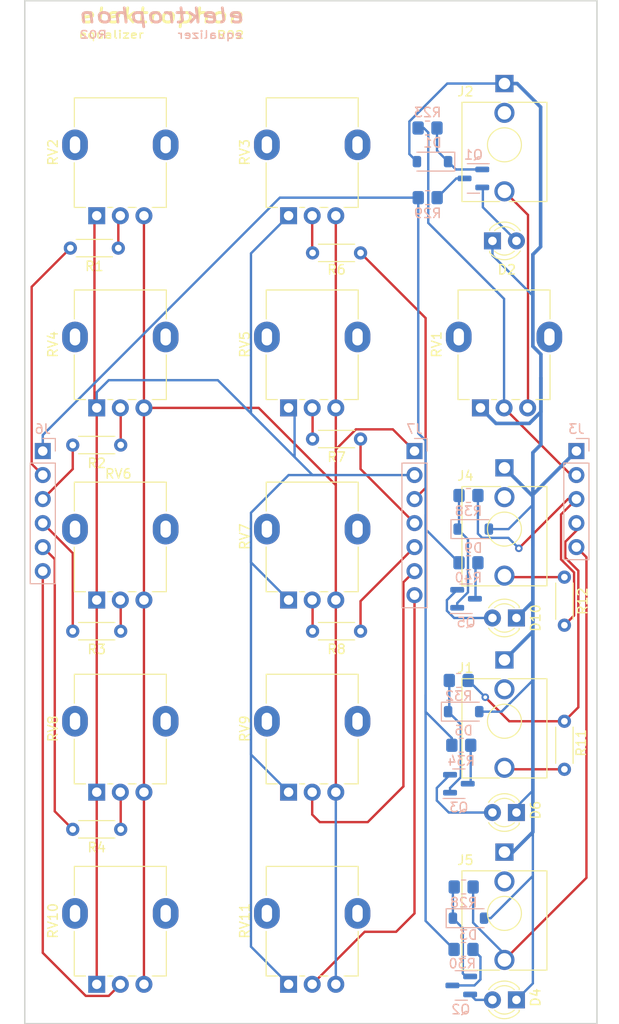
<source format=kicad_pcb>
(kicad_pcb (version 20221018) (generator pcbnew)
  (title_block (title "(title)") (comment 1 "PCB for panel") (comment 2 "(description)") (comment 4 "License CC BY 4.0 - Attribution 4.0 International"))
  (layers (0 "F.Cu" signal) (31 "B.Cu" signal) (34 "B.Paste" user) (35 "F.Paste" user) (36 "B.SilkS" user "B.Silkscreen") (37 "F.SilkS" user "F.Silkscreen") (38 "B.Mask" user) (39 "F.Mask" user) (44 "Edge.Cuts" user))
  (net 0 "")
  (net 2 "COM_OUT_B")
  (net 3 "GND")
  (net 4 "Net-(J2-PadT)")
  (net 7 "OUT")
  (net 8 "COM_OUT_A")
  (net 9 "A_B")
  (net 10 "Net-(R1-Pad1)")
  (net 11 "B_B")
  (net 12 "Net-(R2-Pad1)")
  (net 13 "C_B")
  (net 14 "Net-(R3-Pad1)")
  (net 15 "D_B")
  (net 16 "Net-(R4-Pad1)")
  (net 17 "E_B")
  (net 18 "J_B")
  (net 19 "I_B")
  (net 20 "H_B")
  (net 21 "G_B")
  (net 22 "F_B")
  (net 23 "F_C")
  (net 24 "F_A")
  (net 25 "Net-(R6-Pad1)")
  (net 26 "Net-(R7-Pad1)")
  (net 27 "Net-(R8-Pad1)")
  (net 29 "IN")
  (net 30 "Net-(D1-K)")
  (net 31 "Net-(D2-A)")
  (net 32 "Net-(D3-K)")
  (net 33 "Net-(D4-A)")
  (net 34 "Net-(D5-K)")
  (net 35 "Net-(D6-A)")
  (net 36 "Net-(D9-K)")
  (net 37 "Net-(D10-A)")
  (net 38 "Net-(Q1-C)")
  (net 39 "Net-(Q2-C)")
  (net 40 "Net-(Q3-C)")
  (net 41 "Net-(Q5-C)")
  (net 42 "+5V")
  (net 43 "Net-(J1-PadT)")
  (net 44 "Net-(J4-PadT)")
  (footprint "MountingHole:MountingHole_2.2mm_M2" (layer "F.Cu") (at 108.86 53.34)
    (fp_text reference "H2" hide)
    (fp_text value "MountingHole" hide)
    (pad "" np_thru_hole circle locked (at 0 0) (size 2.2 2.2) (drill 2.2) (layers "*.Cu" "*.Mask"))
  )
  (footprint "MountingHole:MountingHole_2.2mm_M2" (layer "F.Cu") (at 108.86 156.44)
    (fp_text reference "H4" hide)
    (fp_text value "MountingHole" hide)
    (pad "" np_thru_hole circle locked (at 0 0) (size 2.2 2.2) (drill 2.2) (layers "*.Cu" "*.Mask"))
  )
  (footprint "MountingHole:MountingHole_2.2mm_M2" (layer "F.Cu") (at 53.34 53.34)
    (fp_text reference "H1" hide)
    (fp_text value "MountingHole" hide)
    (pad "" np_thru_hole circle (at 0 0) (size 2.2 2.2) (drill 2.2) (layers "*.Cu" "*.Mask"))
  )
  (footprint "elektrophon:Jack_3.5mm_WQP-PJ398SM_Vertical" (layer "F.Cu") (at 101.6 127)
    (fp_text reference "J1" (at -4.13 -5.63) (layer "F.SilkS"))
    (fp_text value "AudioJack2_SwitchT")
    (pad "S" thru_hole rect (at 0 -6.48 180) (size 1.93 1.83) (drill 1.22) (layers "*.Cu" "*.Mask") (net 3 "GND"))
    (pad "T" thru_hole circle (at 0 4.92 180) (size 2.13 2.13) (drill 1.43) (layers "*.Cu" "*.Mask") (net 43 "Net-(J1-PadT)"))
    (pad "TN" thru_hole circle (at 0 -3.38 180) (size 2.13 2.13) (drill 1.42) (layers "*.Cu" "*.Mask"))
  )
  (footprint "elektrophon:Jack_3.5mm_WQP-PJ398SM_Vertical" (layer "F.Cu") (at 101.6 66.04)
    (fp_text reference "J2" (at -4.13 -5.63) (layer "F.SilkS"))
    (fp_text value "AudioJack2_SwitchT")
    (pad "S" thru_hole rect (at 0 -6.48 180) (size 1.93 1.83) (drill 1.22) (layers "*.Cu" "*.Mask") (net 3 "GND"))
    (pad "T" thru_hole circle (at 0 4.92 180) (size 2.13 2.13) (drill 1.43) (layers "*.Cu" "*.Mask") (net 4 "Net-(J2-PadT)"))
    (pad "TN" thru_hole circle (at 0 -3.38 180) (size 2.13 2.13) (drill 1.42) (layers "*.Cu" "*.Mask"))
  )
  (footprint "elektrophon:Jack_3.5mm_WQP-PJ398SM_Vertical" (layer "F.Cu") (at 101.6 106.68)
    (fp_text reference "J4" (at -4.13 -5.63) (layer "F.SilkS"))
    (fp_text value "AudioJack2_SwitchT")
    (pad "S" thru_hole rect (at 0 -6.48 180) (size 1.93 1.83) (drill 1.22) (layers "*.Cu" "*.Mask") (net 3 "GND"))
    (pad "T" thru_hole circle (at 0 4.92 180) (size 2.13 2.13) (drill 1.43) (layers "*.Cu" "*.Mask") (net 44 "Net-(J4-PadT)"))
    (pad "TN" thru_hole circle (at 0 -3.38 180) (size 2.13 2.13) (drill 1.42) (layers "*.Cu" "*.Mask"))
  )
  (footprint "elektrophon:Jack_3.5mm_WQP-PJ398SM_Vertical" (layer "F.Cu") (at 101.6 147.32)
    (fp_text reference "J5" (at -4.13 -5.63) (layer "F.SilkS"))
    (fp_text value "AudioJack2_SwitchT")
    (pad "S" thru_hole rect (at 0 -6.48 180) (size 1.93 1.83) (drill 1.22) (layers "*.Cu" "*.Mask") (net 3 "GND"))
    (pad "T" thru_hole circle (at 0 4.92 180) (size 2.13 2.13) (drill 1.43) (layers "*.Cu" "*.Mask") (net 7 "OUT"))
    (pad "TN" thru_hole circle (at 0 -3.38 180) (size 2.13 2.13) (drill 1.42) (layers "*.Cu" "*.Mask"))
  )
  (footprint "Resistor_THT:R_Axial_DIN0204_L3.6mm_D1.6mm_P5.08mm_Horizontal" (layer "F.Cu") (at 60.706 76.962 180)
    (fp_text reference "R1" (at 2.54 -1.92) (layer "F.SilkS"))
    (fp_text value "39k")
    (pad "1" thru_hole circle (at 0 0 180) (size 1.4 1.4) (drill 0.7) (layers "*.Cu" "*.Mask") (net 10 "Net-(R1-Pad1)"))
    (pad "2" thru_hole oval (at 5.08 0 180) (size 1.4 1.4) (drill 0.7) (layers "*.Cu" "*.Mask") (net 9 "A_B"))
  )
  (footprint "Resistor_THT:R_Axial_DIN0204_L3.6mm_D1.6mm_P5.08mm_Horizontal" (layer "F.Cu") (at 60.96 97.79 180)
    (fp_text reference "R2" (at 2.54 -1.92) (layer "F.SilkS"))
    (fp_text value "62k")
    (pad "1" thru_hole circle (at 0 0 180) (size 1.4 1.4) (drill 0.7) (layers "*.Cu" "*.Mask") (net 12 "Net-(R2-Pad1)"))
    (pad "2" thru_hole oval (at 5.08 0 180) (size 1.4 1.4) (drill 0.7) (layers "*.Cu" "*.Mask") (net 11 "B_B"))
  )
  (footprint "Resistor_THT:R_Axial_DIN0204_L3.6mm_D1.6mm_P5.08mm_Horizontal" (layer "F.Cu") (at 60.96 117.475 180)
    (fp_text reference "R3" (at 2.54 -1.92) (layer "F.SilkS"))
    (fp_text value "36k")
    (pad "1" thru_hole circle (at 0 0 180) (size 1.4 1.4) (drill 0.7) (layers "*.Cu" "*.Mask") (net 14 "Net-(R3-Pad1)"))
    (pad "2" thru_hole oval (at 5.08 0 180) (size 1.4 1.4) (drill 0.7) (layers "*.Cu" "*.Mask") (net 13 "C_B"))
  )
  (footprint "Resistor_THT:R_Axial_DIN0204_L3.6mm_D1.6mm_P5.08mm_Horizontal" (layer "F.Cu") (at 60.96 138.43 180)
    (fp_text reference "R4" (at 2.54 -1.92) (layer "F.SilkS"))
    (fp_text value "47k")
    (pad "1" thru_hole circle (at 0 0 180) (size 1.4 1.4) (drill 0.7) (layers "*.Cu" "*.Mask") (net 16 "Net-(R4-Pad1)"))
    (pad "2" thru_hole oval (at 5.08 0 180) (size 1.4 1.4) (drill 0.7) (layers "*.Cu" "*.Mask") (net 15 "D_B"))
  )
  (footprint "Resistor_THT:R_Axial_DIN0204_L3.6mm_D1.6mm_P5.08mm_Horizontal" (layer "F.Cu") (at 81.28 77.47)
    (fp_text reference "R6" (at 2.54 1.778) (layer "F.SilkS"))
    (fp_text value "51k")
    (pad "1" thru_hole circle (at 0 0) (size 1.4 1.4) (drill 0.7) (layers "*.Cu" "*.Mask") (net 25 "Net-(R6-Pad1)"))
    (pad "2" thru_hole oval (at 5.08 0) (size 1.4 1.4) (drill 0.7) (layers "*.Cu" "*.Mask") (net 22 "F_B"))
  )
  (footprint "Resistor_THT:R_Axial_DIN0204_L3.6mm_D1.6mm_P5.08mm_Horizontal" (layer "F.Cu") (at 81.28 97.155)
    (fp_text reference "R7" (at 2.54 1.905) (layer "F.SilkS"))
    (fp_text value "68k")
    (pad "1" thru_hole circle (at 0 0) (size 1.4 1.4) (drill 0.7) (layers "*.Cu" "*.Mask") (net 26 "Net-(R7-Pad1)"))
    (pad "2" thru_hole oval (at 5.08 0) (size 1.4 1.4) (drill 0.7) (layers "*.Cu" "*.Mask") (net 21 "G_B"))
  )
  (footprint "Resistor_THT:R_Axial_DIN0204_L3.6mm_D1.6mm_P5.08mm_Horizontal" (layer "F.Cu") (at 81.28 117.475)
    (fp_text reference "R8" (at 2.54 1.905) (layer "F.SilkS"))
    (fp_text value "43k")
    (pad "1" thru_hole circle (at 0 0) (size 1.4 1.4) (drill 0.7) (layers "*.Cu" "*.Mask") (net 27 "Net-(R8-Pad1)"))
    (pad "2" thru_hole oval (at 5.08 0) (size 1.4 1.4) (drill 0.7) (layers "*.Cu" "*.Mask") (net 20 "H_B"))
  )
  (footprint "LED_THT:LED_D3.0mm" (layer "F.Cu") (at 100.33 76.2)
    (fp_text reference "D2" (at 1.524 3.048 180) (layer "F.SilkS"))
    (fp_text value "LED (Green)")
    (pad "1" thru_hole rect (at 0 0) (size 1.8 1.8) (drill 0.9) (layers "*.Cu" "*.Mask") (net 3 "GND"))
    (pad "2" thru_hole circle (at 2.54 0) (size 1.8 1.8) (drill 0.9) (layers "*.Cu" "*.Mask") (net 31 "Net-(D2-A)"))
  )
  (footprint "LED_THT:LED_D3.0mm" (layer "F.Cu") (at 102.87 156.464 180)
    (fp_text reference "D4" (at -2.032 0.254 90) (layer "F.SilkS"))
    (fp_text value "LED (Red)")
    (pad "1" thru_hole rect (at 0 0 180) (size 1.8 1.8) (drill 0.9) (layers "*.Cu" "*.Mask") (net 3 "GND"))
    (pad "2" thru_hole circle (at 2.54 0 180) (size 1.8 1.8) (drill 0.9) (layers "*.Cu" "*.Mask") (net 33 "Net-(D4-A)"))
  )
  (footprint "LED_THT:LED_D3.0mm" (layer "F.Cu") (at 102.87 136.652 180)
    (fp_text reference "D6" (at -2.032 0.254 90) (layer "F.SilkS"))
    (fp_text value "LED (Red)")
    (pad "1" thru_hole rect (at 0 0 180) (size 1.8 1.8) (drill 0.9) (layers "*.Cu" "*.Mask") (net 3 "GND"))
    (pad "2" thru_hole circle (at 2.54 0 180) (size 1.8 1.8) (drill 0.9) (layers "*.Cu" "*.Mask") (net 35 "Net-(D6-A)"))
  )
  (footprint "LED_THT:LED_D3.0mm" (layer "F.Cu") (at 102.87 116.078 180)
    (fp_text reference "D10" (at -2.032 0 90) (layer "F.SilkS"))
    (fp_text value "LED (Red)")
    (pad "1" thru_hole rect (at 0 0 180) (size 1.8 1.8) (drill 0.9) (layers "*.Cu" "*.Mask") (net 3 "GND"))
    (pad "2" thru_hole circle (at 2.54 0 180) (size 1.8 1.8) (drill 0.9) (layers "*.Cu" "*.Mask") (net 37 "Net-(D10-A)"))
  )
  (footprint "Resistor_THT:R_Axial_DIN0204_L3.6mm_D1.6mm_P5.08mm_Horizontal" (layer "F.Cu") (at 107.95 132.08 90)
    (fp_text reference "R11" (at 2.794 1.778 90) (layer "F.SilkS"))
    (fp_text value "330")
    (pad "1" thru_hole circle (at 0 0 90) (size 1.4 1.4) (drill 0.7) (layers "*.Cu" "*.Mask") (net 43 "Net-(J1-PadT)"))
    (pad "2" thru_hole oval (at 5.08 0 90) (size 1.4 1.4) (drill 0.7) (layers "*.Cu" "*.Mask") (net 8 "COM_OUT_A"))
  )
  (footprint "Resistor_THT:R_Axial_DIN0204_L3.6mm_D1.6mm_P5.08mm_Horizontal" (layer "F.Cu") (at 107.95 111.76 -90)
    (fp_text reference "R12" (at 2.54 -1.92 90) (layer "F.SilkS"))
    (fp_text value "330")
    (pad "1" thru_hole circle (at 0 0 270) (size 1.4 1.4) (drill 0.7) (layers "*.Cu" "*.Mask") (net 44 "Net-(J4-PadT)"))
    (pad "2" thru_hole oval (at 5.08 0 270) (size 1.4 1.4) (drill 0.7) (layers "*.Cu" "*.Mask") (net 2 "COM_OUT_B"))
  )
  (footprint "elektrophon:elektrophon logo" (layer "F.Cu") (at 65.3288 53.3908)
    (fp_text reference "REF**" hide)
    (fp_text value "elektrophon logo" hide)
    (fp_text user "R02" (at -8.83 1) (layer "B.SilkS") (effects (font (size 0.8 1)) (justify right mirror)))
    (fp_text user "equalizer" (at 8.62 1.02) (layer "B.SilkS") (effects (font (size 0.8 1)) (justify left mirror)))
    (fp_text user "elektrophon" (at 0 -1.016) (layer "B.SilkS") (effects (font (size 1.5 2) (thickness 0.3) italic) (justify mirror)))
    (fp_text user "R02" (at 8.8 1.02) (layer "F.SilkS") (effects (font (size 0.8 1)) (justify right)))
    (fp_text user "elektrophon" (at 0 -1.016) (layer "F.SilkS") (effects (font (size 1.5 2) (thickness 0.3) italic)))
    (fp_text user "equalizer" (at -8.88 1) (layer "F.SilkS") (effects (font (size 0.8 1)) (justify left)))
  )
  (footprint "elektrophon:Potentiometer_Alpha_RD901F-40-00D_Single_Vertical" (layer "F.Cu") (at 81.28 66.04 90)
    (fp_text reference "RV3" (at -0.79 -7.18 270) (layer "F.SilkS"))
    (fp_text value "50k")
    (pad "" thru_hole oval (at 0 -4.84 180) (size 2.72 3.24) (drill oval 1.1 1.8) (layers "*.Cu" "*.Mask"))
    (pad "" thru_hole oval (at 0 4.76 180) (size 2.72 3.24) (drill oval 1.1 1.8) (layers "*.Cu" "*.Mask"))
    (pad "1" thru_hole rect (at -7.5 -2.54 180) (size 1.8 1.8) (drill 1) (layers "*.Cu" "*.Mask") (net 23 "F_C"))
    (pad "2" thru_hole circle (at -7.5 -0.04 180) (size 1.8 1.8) (drill 1) (layers "*.Cu" "*.Mask") (net 25 "Net-(R6-Pad1)"))
    (pad "3" thru_hole circle (at -7.5 2.46 180) (size 1.8 1.8) (drill 1) (layers "*.Cu" "*.Mask") (net 24 "F_A"))
  )
  (footprint "elektrophon:Potentiometer_Alpha_RD901F-40-00D_Single_Vertical" (layer "F.Cu") (at 60.96 86.36 90)
    (fp_text reference "RV4" (at -0.79 -7.18 270) (layer "F.SilkS"))
    (fp_text value "50k")
    (pad "" thru_hole oval (at 0 -4.84 180) (size 2.72 3.24) (drill oval 1.1 1.8) (layers "*.Cu" "*.Mask"))
    (pad "" thru_hole oval (at 0 4.76 180) (size 2.72 3.24) (drill oval 1.1 1.8) (layers "*.Cu" "*.Mask"))
    (pad "1" thru_hole rect (at -7.5 -2.54 180) (size 1.8 1.8) (drill 1) (layers "*.Cu" "*.Mask") (net 23 "F_C"))
    (pad "2" thru_hole circle (at -7.5 -0.04 180) (size 1.8 1.8) (drill 1) (layers "*.Cu" "*.Mask") (net 12 "Net-(R2-Pad1)"))
    (pad "3" thru_hole circle (at -7.5 2.46 180) (size 1.8 1.8) (drill 1) (layers "*.Cu" "*.Mask") (net 24 "F_A"))
  )
  (footprint "elektrophon:Potentiometer_Alpha_RD901F-40-00D_Single_Vertical" (layer "F.Cu") (at 81.28 147.32 90)
    (fp_text reference "RV11" (at -0.79 -7.18 270) (layer "F.SilkS"))
    (fp_text value "50k")
    (pad "" thru_hole oval (at 0 -4.84 180) (size 2.72 3.24) (drill oval 1.1 1.8) (layers "*.Cu" "*.Mask"))
    (pad "" thru_hole oval (at 0 4.76 180) (size 2.72 3.24) (drill oval 1.1 1.8) (layers "*.Cu" "*.Mask"))
    (pad "1" thru_hole rect (at -7.5 -2.54 180) (size 1.8 1.8) (drill 1) (layers "*.Cu" "*.Mask") (net 23 "F_C"))
    (pad "2" thru_hole circle (at -7.5 -0.04 180) (size 1.8 1.8) (drill 1) (layers "*.Cu" "*.Mask") (net 18 "J_B"))
    (pad "3" thru_hole circle (at -7.5 2.46 180) (size 1.8 1.8) (drill 1) (layers "*.Cu" "*.Mask") (net 24 "F_A"))
  )
  (footprint "elektrophon:Potentiometer_Alpha_RD901F-40-00D_Single_Vertical" (layer "F.Cu") (at 81.28 86.36 90)
    (fp_text reference "RV5" (at -0.79 -7.18 270) (layer "F.SilkS"))
    (fp_text value "50k")
    (pad "" thru_hole oval (at 0 -4.84 180) (size 2.72 3.24) (drill oval 1.1 1.8) (layers "*.Cu" "*.Mask"))
    (pad "" thru_hole oval (at 0 4.76 180) (size 2.72 3.24) (drill oval 1.1 1.8) (layers "*.Cu" "*.Mask"))
    (pad "1" thru_hole rect (at -7.5 -2.54 180) (size 1.8 1.8) (drill 1) (layers "*.Cu" "*.Mask") (net 23 "F_C"))
    (pad "2" thru_hole circle (at -7.5 -0.04 180) (size 1.8 1.8) (drill 1) (layers "*.Cu" "*.Mask") (net 26 "Net-(R7-Pad1)"))
    (pad "3" thru_hole circle (at -7.5 2.46 180) (size 1.8 1.8) (drill 1) (layers "*.Cu" "*.Mask") (net 24 "F_A"))
  )
  (footprint "elektrophon:Potentiometer_Alpha_RD901F-40-00D_Single_Vertical" (layer "F.Cu") (at 81.28 127 90)
    (fp_text reference "RV9" (at -0.79 -7.18 270) (layer "F.SilkS"))
    (fp_text value "50k")
    (pad "" thru_hole oval (at 0 -4.84 180) (size 2.72 3.24) (drill oval 1.1 1.8) (layers "*.Cu" "*.Mask"))
    (pad "" thru_hole oval (at 0 4.76 180) (size 2.72 3.24) (drill oval 1.1 1.8) (layers "*.Cu" "*.Mask"))
    (pad "1" thru_hole rect (at -7.5 -2.54 180) (size 1.8 1.8) (drill 1) (layers "*.Cu" "*.Mask") (net 23 "F_C"))
    (pad "2" thru_hole circle (at -7.5 -0.04 180) (size 1.8 1.8) (drill 1) (layers "*.Cu" "*.Mask") (net 19 "I_B"))
    (pad "3" thru_hole circle (at -7.5 2.46 180) (size 1.8 1.8) (drill 1) (layers "*.Cu" "*.Mask") (net 24 "F_A"))
  )
  (footprint "elektrophon:Potentiometer_Alpha_RD901F-40-00D_Single_Vertical" (layer "F.Cu") (at 81.28 106.68 90)
    (fp_text reference "RV7" (at -0.79 -7.18 270) (layer "F.SilkS"))
    (fp_text value "50k")
    (pad "" thru_hole oval (at 0 -4.84 180) (size 2.72 3.24) (drill oval 1.1 1.8) (layers "*.Cu" "*.Mask"))
    (pad "" thru_hole oval (at 0 4.76 180) (size 2.72 3.24) (drill oval 1.1 1.8) (layers "*.Cu" "*.Mask"))
    (pad "1" thru_hole rect (at -7.5 -2.54 180) (size 1.8 1.8) (drill 1) (layers "*.Cu" "*.Mask") (net 23 "F_C"))
    (pad "2" thru_hole circle (at -7.5 -0.04 180) (size 1.8 1.8) (drill 1) (layers "*.Cu" "*.Mask") (net 27 "Net-(R8-Pad1)"))
    (pad "3" thru_hole circle (at -7.5 2.46 180) (size 1.8 1.8) (drill 1) (layers "*.Cu" "*.Mask") (net 24 "F_A"))
  )
  (footprint "elektrophon:Potentiometer_Alpha_RD901F-40-00D_Single_Vertical" (layer "F.Cu") (at 60.96 147.32 90)
    (fp_text reference "RV10" (at -0.79 -7.18 270) (layer "F.SilkS"))
    (fp_text value "50k")
    (pad "" thru_hole oval (at 0 -4.84 180) (size 2.72 3.24) (drill oval 1.1 1.8) (layers "*.Cu" "*.Mask"))
    (pad "" thru_hole oval (at 0 4.76 180) (size 2.72 3.24) (drill oval 1.1 1.8) (layers "*.Cu" "*.Mask"))
    (pad "1" thru_hole rect (at -7.5 -2.54 180) (size 1.8 1.8) (drill 1) (layers "*.Cu" "*.Mask") (net 23 "F_C"))
    (pad "2" thru_hole circle (at -7.5 -0.04 180) (size 1.8 1.8) (drill 1) (layers "*.Cu" "*.Mask") (net 17 "E_B"))
    (pad "3" thru_hole circle (at -7.5 2.46 180) (size 1.8 1.8) (drill 1) (layers "*.Cu" "*.Mask") (net 24 "F_A"))
  )
  (footprint "elektrophon:Potentiometer_Alpha_RD901F-40-00D_Single_Vertical" (layer "F.Cu") (at 60.96 106.68 90)
    (fp_text reference "RV6" (at 5.842 -0.254) (layer "F.SilkS"))
    (fp_text value "50k")
    (pad "" thru_hole oval (at 0 -4.84 180) (size 2.72 3.24) (drill oval 1.1 1.8) (layers "*.Cu" "*.Mask"))
    (pad "" thru_hole oval (at 0 4.76 180) (size 2.72 3.24) (drill oval 1.1 1.8) (layers "*.Cu" "*.Mask"))
    (pad "1" thru_hole rect (at -7.5 -2.54 180) (size 1.8 1.8) (drill 1) (layers "*.Cu" "*.Mask") (net 23 "F_C"))
    (pad "2" thru_hole circle (at -7.5 -0.04 180) (size 1.8 1.8) (drill 1) (layers "*.Cu" "*.Mask") (net 14 "Net-(R3-Pad1)"))
    (pad "3" thru_hole circle (at -7.5 2.46 180) (size 1.8 1.8) (drill 1) (layers "*.Cu" "*.Mask") (net 24 "F_A"))
  )
  (footprint "elektrophon:Potentiometer_Alpha_RD901F-40-00D_Single_Vertical" (layer "F.Cu") (at 60.96 66.04 90)
    (fp_text reference "RV2" (at -0.79 -7.18 270) (layer "F.SilkS"))
    (fp_text value "50k")
    (pad "" thru_hole oval (at 0 -4.84 180) (size 2.72 3.24) (drill oval 1.1 1.8) (layers "*.Cu" "*.Mask"))
    (pad "" thru_hole oval (at 0 4.76 180) (size 2.72 3.24) (drill oval 1.1 1.8) (layers "*.Cu" "*.Mask"))
    (pad "1" thru_hole rect (at -7.5 -2.54 180) (size 1.8 1.8) (drill 1) (layers "*.Cu" "*.Mask") (net 23 "F_C"))
    (pad "2" thru_hole circle (at -7.5 -0.04 180) (size 1.8 1.8) (drill 1) (layers "*.Cu" "*.Mask") (net 10 "Net-(R1-Pad1)"))
    (pad "3" thru_hole circle (at -7.5 2.46 180) (size 1.8 1.8) (drill 1) (layers "*.Cu" "*.Mask") (net 24 "F_A"))
  )
  (footprint "elektrophon:Potentiometer_Alpha_RD901F-40-00D_Single_Vertical" (layer "F.Cu") (at 101.6 86.36 90)
    (fp_text reference "RV1" (at -0.79 -7.18 270) (layer "F.SilkS"))
    (fp_text value "50k")
    (pad "" thru_hole oval (at 0 -4.84 180) (size 2.72 3.24) (drill oval 1.1 1.8) (layers "*.Cu" "*.Mask"))
    (pad "" thru_hole oval (at 0 4.76 180) (size 2.72 3.24) (drill oval 1.1 1.8) (layers "*.Cu" "*.Mask"))
    (pad "1" thru_hole rect (at -7.5 -2.54 180) (size 1.8 1.8) (drill 1) (layers "*.Cu" "*.Mask") (net 3 "GND"))
    (pad "2" thru_hole circle (at -7.5 -0.04 180) (size 1.8 1.8) (drill 1) (layers "*.Cu" "*.Mask") (net 29 "IN"))
    (pad "3" thru_hole circle (at -7.5 2.46 180) (size 1.8 1.8) (drill 1) (layers "*.Cu" "*.Mask") (net 4 "Net-(J2-PadT)"))
  )
  (footprint "elektrophon:Potentiometer_Alpha_RD901F-40-00D_Single_Vertical" (layer "F.Cu") (at 60.96 127 90)
    (fp_text reference "RV8" (at -0.79 -7.18 270) (layer "F.SilkS"))
    (fp_text value "50k")
    (pad "" thru_hole oval (at 0 -4.84 180) (size 2.72 3.24) (drill oval 1.1 1.8) (layers "*.Cu" "*.Mask"))
    (pad "" thru_hole oval (at 0 4.76 180) (size 2.72 3.24) (drill oval 1.1 1.8) (layers "*.Cu" "*.Mask"))
    (pad "1" thru_hole rect (at -7.5 -2.54 180) (size 1.8 1.8) (drill 1) (layers "*.Cu" "*.Mask") (net 23 "F_C"))
    (pad "2" thru_hole circle (at -7.5 -0.04 180) (size 1.8 1.8) (drill 1) (layers "*.Cu" "*.Mask") (net 16 "Net-(R4-Pad1)"))
    (pad "3" thru_hole circle (at -7.5 2.46 180) (size 1.8 1.8) (drill 1) (layers "*.Cu" "*.Mask") (net 24 "F_A"))
  )
  (footprint "Diode_SMD:D_SOD-123" (layer "B.Cu") (at 93.98 67.818 180)
    (fp_text reference "D1" (at 0 2) (layer "B.SilkS") (effects (justify mirror)))
    (fp_text value "1N4148W")
    (pad "1" smd roundrect (at -1.65 0 180) (size 0.9 1.2) (layers "B.Cu" "B.Paste" "B.Mask") (net 30 "Net-(D1-K)"))
    (pad "2" smd roundrect (at 1.65 0 180) (size 0.9 1.2) (layers "B.Cu" "B.Paste" "B.Mask") (net 3 "GND"))
  )
  (footprint "Diode_SMD:D_SOD-123" (layer "B.Cu") (at 97.79 147.828)
    (fp_text reference "D3" (at -0.03 1.772) (layer "B.SilkS") (effects (justify mirror)))
    (fp_text value "1N4148W")
    (pad "1" smd roundrect (at -1.65 0) (size 0.9 1.2) (layers "B.Cu" "B.Paste" "B.Mask") (net 32 "Net-(D3-K)"))
    (pad "2" smd roundrect (at 1.65 0) (size 0.9 1.2) (layers "B.Cu" "B.Paste" "B.Mask") (net 3 "GND"))
  )
  (footprint "Diode_SMD:D_SOD-123" (layer "B.Cu") (at 97.282 125.984)
    (fp_text reference "D5" (at 0 2) (layer "B.SilkS") (effects (justify mirror)))
    (fp_text value "1N4148W")
    (pad "1" smd roundrect (at -1.65 0) (size 0.9 1.2) (layers "B.Cu" "B.Paste" "B.Mask") (net 34 "Net-(D5-K)"))
    (pad "2" smd roundrect (at 1.65 0) (size 0.9 1.2) (layers "B.Cu" "B.Paste" "B.Mask") (net 3 "GND"))
  )
  (footprint "Diode_SMD:D_SOD-123" (layer "B.Cu") (at 98.298 106.68)
    (fp_text reference "D9" (at 0 2) (layer "B.SilkS") (effects (justify mirror)))
    (fp_text value "1N4148W")
    (pad "1" smd roundrect (at -1.65 0) (size 0.9 1.2) (layers "B.Cu" "B.Paste" "B.Mask") (net 36 "Net-(D9-K)"))
    (pad "2" smd roundrect (at 1.65 0) (size 0.9 1.2) (layers "B.Cu" "B.Paste" "B.Mask") (net 3 "GND"))
  )
  (footprint "Package_TO_SOT_SMD:SOT-23" (layer "B.Cu") (at 98.314 69.596 180)
    (fp_text reference "Q1" (at 0 2.5) (layer "B.SilkS") (effects (justify mirror)))
    (fp_text value "MMBT3904")
    (pad "1" smd roundrect (at -0.9375 0.95 180) (size 1.475 0.6) (layers "B.Cu" "B.Paste" "B.Mask") (net 30 "Net-(D1-K)"))
    (pad "2" smd roundrect (at -0.9375 -0.95 180) (size 1.475 0.6) (layers "B.Cu" "B.Paste" "B.Mask") (net 31 "Net-(D2-A)"))
    (pad "3" smd roundrect (at 0.9375 0 180) (size 1.475 0.6) (layers "B.Cu" "B.Paste" "B.Mask") (net 38 "Net-(Q1-C)"))
  )
  (footprint "Package_TO_SOT_SMD:SOT-23" (layer "B.Cu") (at 97.028 154.94 180)
    (fp_text reference "Q2" (at 0.0508 -2.54) (layer "B.SilkS") (effects (justify mirror)))
    (fp_text value "MMBT3904")
    (pad "1" smd roundrect (at -0.9375 0.95 180) (size 1.475 0.6) (layers "B.Cu" "B.Paste" "B.Mask") (net 32 "Net-(D3-K)"))
    (pad "2" smd roundrect (at -0.9375 -0.95 180) (size 1.475 0.6) (layers "B.Cu" "B.Paste" "B.Mask") (net 33 "Net-(D4-A)"))
    (pad "3" smd roundrect (at 0.9375 0 180) (size 1.475 0.6) (layers "B.Cu" "B.Paste" "B.Mask") (net 39 "Net-(Q2-C)"))
  )
  (footprint "Package_TO_SOT_SMD:SOT-23" (layer "B.Cu") (at 96.774 133.604)
    (fp_text reference "Q3" (at 0 2.5) (layer "B.SilkS") (effects (justify mirror)))
    (fp_text value "MMBT3904")
    (pad "1" smd roundrect (at -0.9375 0.95) (size 1.475 0.6) (layers "B.Cu" "B.Paste" "B.Mask") (net 34 "Net-(D5-K)"))
    (pad "2" smd roundrect (at -0.9375 -0.95) (size 1.475 0.6) (layers "B.Cu" "B.Paste" "B.Mask") (net 35 "Net-(D6-A)"))
    (pad "3" smd roundrect (at 0.9375 0) (size 1.475 0.6) (layers "B.Cu" "B.Paste" "B.Mask") (net 40 "Net-(Q3-C)"))
  )
  (footprint "Package_TO_SOT_SMD:SOT-23" (layer "B.Cu") (at 97.536 114.046)
    (fp_text reference "Q5" (at 0 2.5) (layer "B.SilkS") (effects (justify mirror)))
    (fp_text value "MMBT3904")
    (pad "1" smd roundrect (at -0.9375 0.95) (size 1.475 0.6) (layers "B.Cu" "B.Paste" "B.Mask") (net 36 "Net-(D9-K)"))
    (pad "2" smd roundrect (at -0.9375 -0.95) (size 1.475 0.6) (layers "B.Cu" "B.Paste" "B.Mask") (net 37 "Net-(D10-A)"))
    (pad "3" smd roundrect (at 0.9375 0) (size 1.475 0.6) (layers "B.Cu" "B.Paste" "B.Mask") (net 41 "Net-(Q5-C)"))
  )
  (footprint "Resistor_SMD:R_0805_2012Metric_Pad1.20x1.40mm_HandSolder" (layer "B.Cu") (at 93.456 64.262 180)
    (fp_text reference "R23" (at 0 1.65) (layer "B.SilkS") (effects (justify mirror)))
    (fp_text value "100k")
    (pad "1" smd roundrect (at -1 0 180) (size 1.2 1.4) (layers "B.Cu" "B.Paste" "B.Mask") (roundrect_rratio 0.208333) (net 30 "Net-(D1-K)"))
    (pad "2" smd roundrect (at 1 0 180) (size 1.2 1.4) (layers "B.Cu" "B.Paste" "B.Mask") (roundrect_rratio 0.208333) (net 29 "IN"))
  )
  (footprint "Resistor_SMD:R_0805_2012Metric_Pad1.20x1.40mm_HandSolder" (layer "B.Cu") (at 97.282 144.526)
    (fp_text reference "R28" (at 0 1.65) (layer "B.SilkS") (effects (justify mirror)))
    (fp_text value "100k")
    (pad "1" smd roundrect (at -1 0) (size 1.2 1.4) (layers "B.Cu" "B.Paste" "B.Mask") (roundrect_rratio 0.208333) (net 32 "Net-(D3-K)"))
    (pad "2" smd roundrect (at 1 0) (size 1.2 1.4) (layers "B.Cu" "B.Paste" "B.Mask") (roundrect_rratio 0.208333) (net 7 "OUT"))
  )
  (footprint "Resistor_SMD:R_0805_2012Metric_Pad1.20x1.40mm_HandSolder" (layer "B.Cu") (at 93.472 71.628)
    (fp_text reference "R29" (at 0 1.65) (layer "B.SilkS") (effects (justify mirror)))
    (fp_text value "5.1k")
    (pad "1" smd roundrect (at -1 0) (size 1.2 1.4) (layers "B.Cu" "B.Paste" "B.Mask") (roundrect_rratio 0.208333) (net 42 "+5V"))
    (pad "2" smd roundrect (at 1 0) (size 1.2 1.4) (layers "B.Cu" "B.Paste" "B.Mask") (roundrect_rratio 0.208333) (net 38 "Net-(Q1-C)"))
  )
  (footprint "Resistor_SMD:R_0805_2012Metric_Pad1.20x1.40mm_HandSolder" (layer "B.Cu") (at 97.266 151.13)
    (fp_text reference "R30" (at -0.126 1.5) (layer "B.SilkS") (effects (justify mirror)))
    (fp_text value "5k")
    (pad "1" smd roundrect (at -1 0) (size 1.2 1.4) (layers "B.Cu" "B.Paste" "B.Mask") (roundrect_rratio 0.208333) (net 42 "+5V"))
    (pad "2" smd roundrect (at 1 0) (size 1.2 1.4) (layers "B.Cu" "B.Paste" "B.Mask") (roundrect_rratio 0.208333) (net 39 "Net-(Q2-C)"))
  )
  (footprint "Resistor_SMD:R_0805_2012Metric_Pad1.20x1.40mm_HandSolder" (layer "B.Cu") (at 96.758 122.682)
    (fp_text reference "R32" (at 0 1.65) (layer "B.SilkS") (effects (justify mirror)))
    (fp_text value "100k")
    (pad "1" smd roundrect (at -1 0) (size 1.2 1.4) (layers "B.Cu" "B.Paste" "B.Mask") (roundrect_rratio 0.208333) (net 34 "Net-(D5-K)"))
    (pad "2" smd roundrect (at 1 0) (size 1.2 1.4) (layers "B.Cu" "B.Paste" "B.Mask") (roundrect_rratio 0.208333) (net 8 "COM_OUT_A"))
  )
  (footprint "Resistor_SMD:R_0805_2012Metric_Pad1.20x1.40mm_HandSolder" (layer "B.Cu") (at 97.028 129.54)
    (fp_text reference "R34" (at 0 1.65) (layer "B.SilkS") (effects (justify mirror)))
    (fp_text value "5.1k")
    (pad "1" smd roundrect (at -1 0) (size 1.2 1.4) (layers "B.Cu" "B.Paste" "B.Mask") (roundrect_rratio 0.208333) (net 42 "+5V"))
    (pad "2" smd roundrect (at 1 0) (size 1.2 1.4) (layers "B.Cu" "B.Paste" "B.Mask") (roundrect_rratio 0.208333) (net 40 "Net-(Q3-C)"))
  )
  (footprint "Resistor_SMD:R_0805_2012Metric_Pad1.20x1.40mm_HandSolder" (layer "B.Cu") (at 97.79 103.124)
    (fp_text reference "R38" (at 0 1.65) (layer "B.SilkS") (effects (justify mirror)))
    (fp_text value "100k")
    (pad "1" smd roundrect (at -1 0) (size 1.2 1.4) (layers "B.Cu" "B.Paste" "B.Mask") (roundrect_rratio 0.208333) (net 36 "Net-(D9-K)"))
    (pad "2" smd roundrect (at 1 0) (size 1.2 1.4) (layers "B.Cu" "B.Paste" "B.Mask") (roundrect_rratio 0.208333) (net 2 "COM_OUT_B"))
  )
  (footprint "Resistor_SMD:R_0805_2012Metric_Pad1.20x1.40mm_HandSolder" (layer "B.Cu") (at 97.79 110.236)
    (fp_text reference "R40" (at -0.01 1.574) (layer "B.SilkS") (effects (justify mirror)))
    (fp_text value "5.1k")
    (pad "1" smd roundrect (at -1 0) (size 1.2 1.4) (layers "B.Cu" "B.Paste" "B.Mask") (roundrect_rratio 0.208333) (net 42 "+5V"))
    (pad "2" smd roundrect (at 1 0) (size 1.2 1.4) (layers "B.Cu" "B.Paste" "B.Mask") (roundrect_rratio 0.208333) (net 41 "Net-(Q5-C)"))
  )
  (footprint "Connector_PinHeader_2.54mm:PinHeader_1x05_P2.54mm_Vertical" (layer "B.Cu") (at 109.22 98.425 180)
    (fp_text reference "J3" (at 0 2.33) (layer "B.SilkS") (effects (justify mirror)))
    (fp_text value "01x05 Male")
    (pad "1" thru_hole rect (at 0 0 180) (size 1.7 1.7) (drill 1) (layers "*.Cu" "*.Mask") (net 3 "GND"))
    (pad "2" thru_hole oval (at 0 -2.54 180) (size 1.7 1.7) (drill 1) (layers "*.Cu" "*.Mask") (net 29 "IN"))
    (pad "3" thru_hole oval (at 0 -5.08 180) (size 1.7 1.7) (drill 1) (layers "*.Cu" "*.Mask") (net 2 "COM_OUT_B"))
    (pad "4" thru_hole oval (at 0 -7.62 180) (size 1.7 1.7) (drill 1) (layers "*.Cu" "*.Mask") (net 8 "COM_OUT_A"))
    (pad "5" thru_hole oval (at 0 -10.16 180) (size 1.7 1.7) (drill 1) (layers "*.Cu" "*.Mask") (net 7 "OUT"))
  )
  (footprint "Connector_PinHeader_2.54mm:PinHeader_1x06_P2.54mm_Vertical" (layer "B.Cu") (at 52.705 98.425 180)
    (fp_text reference "J6" (at 0 2.33) (layer "B.SilkS") (effects (justify mirror)))
    (fp_text value "01x06 Male")
    (pad "1" thru_hole rect (at 0 0 180) (size 1.7 1.7) (drill 1) (layers "*.Cu" "*.Mask") (net 42 "+5V"))
    (pad "2" thru_hole oval (at 0 -2.54 180) (size 1.7 1.7) (drill 1) (layers "*.Cu" "*.Mask") (net 9 "A_B"))
    (pad "3" thru_hole oval (at 0 -5.08 180) (size 1.7 1.7) (drill 1) (layers "*.Cu" "*.Mask") (net 11 "B_B"))
    (pad "4" thru_hole oval (at 0 -7.62 180) (size 1.7 1.7) (drill 1) (layers "*.Cu" "*.Mask") (net 13 "C_B"))
    (pad "5" thru_hole oval (at 0 -10.16 180) (size 1.7 1.7) (drill 1) (layers "*.Cu" "*.Mask") (net 15 "D_B"))
    (pad "6" thru_hole oval (at 0 -12.7 180) (size 1.7 1.7) (drill 1) (layers "*.Cu" "*.Mask") (net 17 "E_B"))
  )
  (footprint "Connector_PinHeader_2.54mm:PinHeader_1x07_P2.54mm_Vertical" (layer "B.Cu") (at 92.075 98.425 180)
    (fp_text reference "J7" (at 0 2.33) (layer "B.SilkS") (effects (justify mirror)))
    (fp_text value "01x07 Male")
    (pad "1" thru_hole rect (at 0 0 180) (size 1.7 1.7) (drill 1) (layers "*.Cu" "*.Mask") (net 24 "F_A"))
    (pad "2" thru_hole oval (at 0 -2.54 180) (size 1.7 1.7) (drill 1) (layers "*.Cu" "*.Mask") (net 23 "F_C"))
    (pad "3" thru_hole oval (at 0 -5.08 180) (size 1.7 1.7) (drill 1) (layers "*.Cu" "*.Mask") (net 22 "F_B"))
    (pad "4" thru_hole oval (at 0 -7.62 180) (size 1.7 1.7) (drill 1) (layers "*.Cu" "*.Mask") (net 21 "G_B"))
    (pad "5" thru_hole oval (at 0 -10.16 180) (size 1.7 1.7) (drill 1) (layers "*.Cu" "*.Mask") (net 20 "H_B"))
    (pad "6" thru_hole oval (at 0 -12.7 180) (size 1.7 1.7) (drill 1) (layers "*.Cu" "*.Mask") (net 19 "I_B"))
    (pad "7" thru_hole oval (at 0 -15.24 180) (size 1.7 1.7) (drill 1) (layers "*.Cu" "*.Mask") (net 18 "J_B"))
  )
  (gr_line (start 50.8 50.8) (end 50.8 158.98) (stroke (width 0.15)) (layer "Edge.Cuts"))
  (gr_line (start 50.8 50.8) (end 111.4 50.8) (stroke (width 0.15)) (layer "Edge.Cuts"))
  (gr_line (start 111.4 50.8) (end 111.4 158.98) (stroke (width 0.15)) (layer "Edge.Cuts"))
  (gr_line (start 111.4 158.98) (end 50.8 158.98) (stroke (width 0.15)) (layer "Edge.Cuts"))
  (segment (start 103.124 108.712) (end 108.331 103.505) (width 0.25) (layer "F.Cu") (net 2))
  (segment (start 107.594988 109.887986) (end 108.975001 111.267999) (width 0.25) (layer "F.Cu") (net 2))
  (segment (start 109.22 103.505) (end 107.594988 105.130012) (width 0.25) (layer "F.Cu") (net 2))
  (segment (start 108.331 103.505) (end 109.22 103.505) (width 0.25) (layer "F.Cu") (net 2))
  (segment (start 108.975001 111.267999) (end 108.975001 115.814999) (width 0.25) (layer "F.Cu") (net 2))
  (segment (start 108.975001 115.814999) (end 107.95 116.84) (width 0.25) (layer "F.Cu") (net 2))
  (segment (start 107.594988 105.130012) (end 107.594988 109.887986) (width 0.25) (layer "F.Cu") (net 2))
  (via (at 103.124 108.712) (size 0.8) (drill 0.4) (layers "F.Cu" "B.Cu") (net 2))
  (segment (start 98.79 103.124) (end 98.79 107.157002) (width 0.25) (layer "B.Cu") (net 2))
  (segment (start 99.237999 107.605001) (end 102.017001 107.605001) (width 0.25) (layer "B.Cu") (net 2))
  (segment (start 102.017001 107.605001) (end 103.124 108.712) (width 0.25) (layer "B.Cu") (net 2))
  (segment (start 98.79 107.157002) (end 99.237999 107.605001) (width 0.25) (layer "B.Cu") (net 2))
  (segment (start 102.87 136.652) (end 102.87 136.06698) (width 0.25) (layer "B.Cu") (net 3))
  (segment (start 104.60949 154.72451) (end 102.87 156.464) (width 0.25) (layer "B.Cu") (net 3))
  (segment (start 91.53099 67.01899) (end 91.53099 63.57382) (width 0.25) (layer "B.Cu") (net 3))
  (segment (start 104.60949 122.667712) (end 101.293202 125.984) (width 0.25) (layer "B.Cu") (net 3))
  (segment (start 104.60949 114.33851) (end 102.87 116.078) (width 0.381) (layer "B.Cu") (net 3))
  (segment (start 104.60949 143.35851) (end 104.60949 142.96349) (width 0.25) (layer "B.Cu") (net 3))
  (segment (start 104.60949 114.13449) (end 104.60949 117.51051) (width 0.381) (layer "B.Cu") (net 3))
  (segment (start 102.87 136.06698) (end 104.60949 134.32749) (width 0.25) (layer "B.Cu") (net 3))
  (segment (start 104.60949 114.13449) (end 104.60949 114.33851) (width 0.381) (layer "B.Cu") (net 3))
  (segment (start 91.53099 63.57382) (end 95.54481 59.56) (width 0.25) (layer "B.Cu") (net 3))
  (segment (start 104.60949 114.33851) (end 104.60949 122.38949) (width 0.381) (layer "B.Cu") (net 3))
  (segment (start 104.60949 112.56051) (end 104.60949 114.33851) (width 0.381) (layer "B.Cu") (net 3))
  (segment (start 104.60949 112.56051) (end 104.60949 108.41949) (width 0.381) (layer "B.Cu") (net 3))
  (segment (start 104.60949 105.57551) (end 104.60949 103.20949) (width 0.381) (layer "B.Cu") (net 3))
  (segment (start 100.33 77.724) (end 104.60949 82.00349) (width 0.25) (layer "B.Cu") (net 3))
  (segment (start 104.60949 142.96349) (end 104.60949 154.72451) (width 0.25) (layer "B.Cu") (net 3))
  (segment (start 99.44 147.828) (end 100.14 147.828) (width 0.25) (layer "B.Cu") (net 3))
  (segment (start 104.60949 136.18251) (end 104.60949 142.96349) (width 0.25) (layer "B.Cu") (net 3))
  (segment (start 104.60949 103.03551) (end 109.22 98.425) (width 0.381) (layer "B.Cu") (net 3))
  (segment (start 105.4608 88.196381) (end 104.60949 87.345071) (width 0.381) (layer "B.Cu") (net 3))
  (segment (start 99.948 106.68) (end 102.03098 106.68) (width 0.25) (layer "B.Cu") (net 3))
  (segment (start 105.430501 76.819441) (end 105.430501 62.044501) (width 0.381) (layer "B.Cu") (net 3))
  (segment (start 102.03098 106.68) (end 104.60949 104.10149) (width 0.25) (layer "B.Cu") (net 3))
  (segment (start 92.33 67.818) (end 91.53099 67.01899) (width 0.25) (layer "B.Cu") (net 3))
  (segment (start 104.60949 122.38949) (end 104.60949 134.32749) (width 0.381) (layer "B.Cu") (net 3))
  (segment (start 105.4608 97.7392) (end 105.4608 90.678) (width 0.381) (layer "B.Cu") (net 3))
  (segment (start 104.60949 98.59051) (end 105.4608 97.7392) (width 0.381) (layer "B.Cu") (net 3))
  (segment (start 105.4608 90.678) (end 105.4608 88.196381) (width 0.381) (layer "B.Cu") (net 3))
  (segment (start 104.60949 82.00349) (end 104.60949 77.640452) (width 0.381) (layer "B.Cu") (net 3))
  (segment (start 104.60949 114.33851) (end 104.60949 117.51051) (width 0.381) (layer "B.Cu") (net 3))
  (segment (start 104.60949 114.13449) (end 104.60949 112.56051) (width 0.381) (layer "B.Cu") (net 3))
  (segment (start 100.33 76.2) (end 100.33 77.724) (width 0.25) (layer "B.Cu") (net 3))
  (segment (start 95.54481 59.56) (end 101.6 59.56) (width 0.25) (layer "B.Cu") (net 3))
  (segment (start 104.60949 103.20949) (end 101.6 100.2) (width 0.381) (layer "B.Cu") (net 3))
  (segment (start 104.60949 117.51051) (end 101.6 120.52) (width 0.381) (layer "B.Cu") (net 3))
  (segment (start 105.430501 62.044501) (end 102.946 59.56) (width 0.381) (layer "B.Cu") (net 3))
  (segment (start 104.60949 77.640452) (end 105.430501 76.819441) (width 0.381) (layer "B.Cu") (net 3))
  (segment (start 101.293202 125.984) (end 98.932 125.984) (width 0.25) (layer "B.Cu") (net 3))
  (segment (start 104.60949 105.57551) (end 104.60949 98.59051) (width 0.381) (layer "B.Cu") (net 3))
  (segment (start 104.60949 108.41949) (end 104.60949 104.10149) (width 0.381) (layer "B.Cu") (net 3))
  (segment (start 102.492 140.84) (end 101.6 140.84) (width 0.381) (layer "B.Cu") (net 3))
  (segment (start 105.4608 90.678) (end 105.4608 94.284243) (width 0.381) (layer "B.Cu") (net 3))
  (segment (start 104.60949 87.345071) (end 104.60949 82.00349) (width 0.381) (layer "B.Cu") (net 3))
  (segment (start 104.60949 136.18251) (end 104.60949 138.72251) (width 0.381) (layer "B.Cu") (net 3))
  (segment (start 102.946 59.56) (end 101.6 59.56) (width 0.381) (layer "B.Cu") (net 3))
  (segment (start 105.4608 94.284243) (end 104.241043 95.504) (width 0.381) (layer "B.Cu") (net 3))
  (segment (start 104.60949 122.38949) (end 104.60949 122.667712) (width 0.25) (layer "B.Cu") (net 3))
  (segment (start 104.241043 95.504) (end 100.704 95.504) (width 0.381) (layer "B.Cu") (net 3))
  (segment (start 100.704 95.504) (end 99.06 93.86) (width 0.381) (layer "B.Cu") (net 3))
  (segment (start 104.60949 108.41949) (end 104.60949 105.57551) (width 0.381) (layer "B.Cu") (net 3))
  (segment (start 104.60949 138.72251) (end 102.492 140.84) (width 0.381) (layer "B.Cu") (net 3))
  (segment (start 100.14 147.828) (end 104.60949 143.35851) (width 0.25) (layer "B.Cu") (net 3))
  (segment (start 104.60949 104.10149) (end 104.60949 103.03551) (width 0.381) (layer "B.Cu") (net 3))
  (segment (start 104.60949 134.32749) (end 104.60949 136.18251) (width 0.381) (layer "B.Cu") (net 3))
  (segment (start 104.095 73.455) (end 104.095 93.825) (width 0.25) (layer "F.Cu") (net 4))
  (segment (start 104.095 93.825) (end 104.06 93.86) (width 0.25) (layer "F.Cu") (net 4))
  (segment (start 101.6 70.96) (end 104.095 73.455) (width 0.25) (layer "F.Cu") (net 4))
  (segment (start 101.6 152.24) (end 110.285001 143.554999) (width 0.25) (layer "F.Cu") (net 7))
  (segment (start 109.22 108.585) (end 110.285001 109.650001) (width 0.25) (layer "F.Cu") (net 7))
  (segment (start 110.285001 109.650001) (end 110.285001 143.554999) (width 0.25) (layer "F.Cu") (net 7))
  (segment (start 98.282 148.305002) (end 101.6 151.623002) (width 0.25) (layer "B.Cu") (net 7))
  (segment (start 101.6 151.623002) (end 101.6 152.24) (width 0.25) (layer "B.Cu") (net 7))
  (segment (start 98.282 144.526) (end 98.282 148.305002) (width 0.25) (layer "B.Cu") (net 7))
  (segment (start 108.044999 108.020999) (end 108.044999 109.701586) (width 0.25) (layer "F.Cu") (net 8))
  (segment (start 109.425012 125.524988) (end 107.95 127) (width 0.25) (layer "F.Cu") (net 8))
  (segment (start 102.108 127) (end 99.568 124.46) (width 0.25) (layer "F.Cu") (net 8))
  (segment (start 107.95 127) (end 102.108 127) (width 0.25) (layer "F.Cu") (net 8))
  (segment (start 109.22 106.045) (end 109.22 106.845998) (width 0.25) (layer "F.Cu") (net 8))
  (segment (start 109.425012 111.081599) (end 109.425012 125.524988) (width 0.25) (layer "F.Cu") (net 8))
  (segment (start 108.044999 109.701586) (end 109.425012 111.081599) (width 0.25) (layer "F.Cu") (net 8))
  (segment (start 109.22 106.845998) (end 108.044999 108.020999) (width 0.25) (layer "F.Cu") (net 8))
  (via (at 99.568 124.46) (size 0.8) (drill 0.4) (layers "F.Cu" "B.Cu") (net 8))
  (segment (start 97.79 122.682) (end 97.758 122.682) (width 0.25) (layer "B.Cu") (net 8))
  (segment (start 99.568 124.46) (end 97.79 122.682) (width 0.25) (layer "B.Cu") (net 8))
  (segment (start 51.529999 99.789999) (end 51.529999 81.058001) (width 0.25) (layer "F.Cu") (net 9))
  (segment (start 51.529999 99.789999) (end 52.705 100.965) (width 0.25) (layer "F.Cu") (net 9))
  (segment (start 51.529999 81.058001) (end 55.626 76.962) (width 0.25) (layer "F.Cu") (net 9))
  (segment (start 60.706 76.962) (end 60.706 73.566) (width 0.25) (layer "F.Cu") (net 10))
  (segment (start 55.88 97.79) (end 55.88 100.33) (width 0.25) (layer "F.Cu") (net 11))
  (segment (start 55.88 100.33) (end 52.705 103.505) (width 0.25) (layer "F.Cu") (net 11))
  (segment (start 60.96 97.79) (end 60.96 93.9) (width 0.25) (layer "F.Cu") (net 12))
  (segment (start 60.96 93.9) (end 60.92 93.86) (width 0.25) (layer "F.Cu") (net 12))
  (segment (start 55.88 109.22) (end 55.88 117.475) (width 0.25) (layer "F.Cu") (net 13))
  (segment (start 55.88 109.22) (end 52.705 106.045) (width 0.25) (layer "F.Cu") (net 13))
  (segment (start 60.96 117.475) (end 60.96 114.22) (width 0.25) (layer "F.Cu") (net 14))
  (segment (start 60.96 114.22) (end 60.92 114.18) (width 0.25) (layer "F.Cu") (net 14))
  (segment (start 53.975 109.855) (end 52.705 108.585) (width 0.25) (layer "F.Cu") (net 15))
  (segment (start 53.975 109.855) (end 53.975 136.525) (width 0.25) (layer "F.Cu") (net 15))
  (segment (start 53.975 136.525) (end 55.88 138.43) (width 0.25) (layer "F.Cu") (net 15))
  (segment (start 60.96 134.54) (end 60.92 134.5) (width 0.25) (layer "F.Cu") (net 16))
  (segment (start 60.96 138.43) (end 60.96 134.54) (width 0.25) (layer "F.Cu") (net 16))
  (segment (start 52.705 151.490002) (end 52.705 111.125) (width 0.25) (layer "F.Cu") (net 17))
  (segment (start 52.705 151.490002) (end 57.259999 156.045001) (width 0.25) (layer "F.Cu") (net 17))
  (segment (start 57.259999 156.045001) (end 59.694999 156.045001) (width 0.25) (layer "F.Cu") (net 17))
  (segment (start 59.694999 156.045001) (end 60.92 154.82) (width 0.25) (layer "F.Cu") (net 17))
  (segment (start 92.075 113.665) (end 92.075 147.32) (width 0.25) (layer "F.Cu") (net 18))
  (segment (start 86.79499 149.26501) (end 81.24 154.82) (width 0.25) (layer "F.Cu") (net 18))
  (segment (start 92.075 147.32) (end 90.12999 149.26501) (width 0.25) (layer "F.Cu") (net 18))
  (segment (start 90.12999 149.26501) (end 86.79499 149.26501) (width 0.25) (layer "F.Cu") (net 18))
  (segment (start 81.24 136.866) (end 81.24 134.5) (width 0.25) (layer "F.Cu") (net 19))
  (segment (start 90.899999 112.300001) (end 90.899999 133.890001) (width 0.25) (layer "F.Cu") (net 19))
  (segment (start 82.042 137.668) (end 81.24 136.866) (width 0.25) (layer "F.Cu") (net 19))
  (segment (start 92.075 111.125) (end 90.899999 112.300001) (width 0.25) (layer "F.Cu") (net 19))
  (segment (start 87.122 137.668) (end 82.042 137.668) (width 0.25) (layer "F.Cu") (net 19))
  (segment (start 90.899999 133.890001) (end 87.122 137.668) (width 0.25) (layer "F.Cu") (net 19))
  (segment (start 92.075 108.585) (end 86.36 114.3) (width 0.25) (layer "F.Cu") (net 20))
  (segment (start 86.36 114.3) (end 86.36 117.475) (width 0.25) (layer "F.Cu") (net 20))
  (segment (start 86.36 100.33) (end 86.36 97.155) (width 0.25) (layer "F.Cu") (net 21))
  (segment (start 92.075 106.045) (end 86.36 100.33) (width 0.25) (layer "F.Cu") (net 21))
  (segment (start 92.075 103.505) (end 93.250001 102.329999) (width 0.25) (layer "F.Cu") (net 22))
  (segment (start 93.250001 102.329999) (end 93.250001 84.360001) (width 0.25) (layer "F.Cu") (net 22))
  (segment (start 93.250001 84.360001) (end 86.36 77.47) (width 0.25) (layer "F.Cu") (net 22))
  (segment (start 58.18 93.62) (end 58.42 93.86) (width 0.25) (layer "F.Cu") (net 23))
  (segment (start 58.42 154.82) (end 58.42 134.5) (width 0.25) (layer "F.Cu") (net 23))
  (segment (start 58.18 73.54) (end 58.18 93.62) (width 0.25) (layer "F.Cu") (net 23))
  (segment (start 58.42 93.86) (end 58.42 134.5) (width 0.25) (layer "F.Cu") (net 23))
  (segment (start 81.28 100.965) (end 79.375 99.06) (width 0.25) (layer "B.Cu") (net 23))
  (segment (start 74.75499 105.86999) (end 74.75499 127.81001) (width 0.25) (layer "B.Cu") (net 23))
  (segment (start 74.75499 105.86999) (end 74.75499 110.19499) (width 0.25) (layer "B.Cu") (net 23))
  (segment (start 74.75499 110.19499) (end 78.74 114.18) (width 0.25) (layer "B.Cu") (net 23))
  (segment (start 74.75499 104.95001) (end 74.75499 105.86999) (width 0.25) (layer "B.Cu") (net 23))
  (segment (start 58.42 92.202) (end 59.69 90.932) (width 0.25) (layer "B.Cu") (net 23))
  (segment (start 79.375 99.06) (end 76.0095 95.6945) (width 0.25) (layer "B.Cu") (net 23))
  (segment (start 79.375 99.06) (end 79.375 94.495) (width 0.25) (layer "B.Cu") (net 23))
  (segment (start 92.075 100.965) (end 83.185 100.965) (width 0.25) (layer "B.Cu") (net 23))
  (segment (start 74.75499 130.51499) (end 78.74 134.5) (width 0.25) (layer "B.Cu") (net 23))
  (segment (start 76.0095 95.6945) (end 74.75499 94.43999) (width 0.25) (layer "B.Cu") (net 23))
  (segment (start 79.375 94.495) (end 78.74 93.86) (width 0.25) (layer "B.Cu") (net 23))
  (segment (start 74.75499 94.43999) (end 74.75499 77.52501) (width 0.25) (layer "B.Cu") (net 23))
  (segment (start 71.247 90.932) (end 76.0095 95.6945) (width 0.25) (layer "B.Cu") (net 23))
  (segment (start 58.42 93.86) (end 58.42 92.202) (width 0.25) (layer "B.Cu") (net 23))
  (segment (start 83.185 100.965) (end 81.28 100.965) (width 0.25) (layer "B.Cu") (net 23))
  (segment (start 74.75499 127.81001) (end 74.75499 130.51499) (width 0.25) (layer "B.Cu") (net 23))
  (segment (start 74.75499 127.81001) (end 74.75499 150.83499) (width 0.25) (layer "B.Cu") (net 23))
  (segment (start 74.75499 150.83499) (end 78.74 154.82) (width 0.25) (layer "B.Cu") (net 23))
  (segment (start 83.185 100.965) (end 78.74 100.965) (width 0.25) (layer "B.Cu") (net 23))
  (segment (start 78.74 100.965) (end 74.75499 104.95001) (width 0.25) (layer "B.Cu") (net 23))
  (segment (start 59.69 90.932) (end 71.247 90.932) (width 0.25) (layer "B.Cu") (net 23))
  (segment (start 74.75499 77.52501) (end 78.74 73.54) (width 0.25) (layer "B.Cu") (net 23))
  (segment (start 83.74 98.257998) (end 85.867999 96.129999) (width 0.25) (layer "F.Cu") (net 24))
  (segment (start 63.42 73.78) (end 63.18 73.54) (width 0.25) (layer "F.Cu") (net 24))
  (segment (start 83.74 100.156) (end 83.74 102.028) (width 0.25) (layer "F.Cu") (net 24))
  (segment (start 83.74 114.18) (end 83.74 134.5) (width 0.25) (layer "F.Cu") (net 24))
  (segment (start 75.572 93.86) (end 83.74 102.028) (width 0.25) (layer "F.Cu") (net 24))
  (segment (start 83.74 100.156) (end 83.74 98.257998) (width 0.25) (layer "F.Cu") (net 24))
  (segment (start 63.42 93.86) (end 75.572 93.86) (width 0.25) (layer "F.Cu") (net 24))
  (segment (start 83.74 73.54) (end 83.74 93.86) (width 0.25) (layer "F.Cu") (net 24))
  (segment (start 63.42 154.82) (end 63.42 73.78) (width 0.25) (layer "F.Cu") (net 24))
  (segment (start 83.74 102.028) (end 83.74 114.18) (width 0.25) (layer "F.Cu") (net 24))
  (segment (start 85.867999 96.129999) (end 89.779999 96.129999) (width 0.25) (layer "F.Cu") (net 24))
  (segment (start 83.74 93.86) (end 83.74 100.156) (width 0.25) (layer "F.Cu") (net 24))
  (segment (start 89.779999 96.129999) (end 92.075 98.425) (width 0.25) (layer "F.Cu") (net 24))
  (segment (start 83.74 134.5) (end 83.74 154.82) (width 0.25) (layer "B.Cu") (net 24))
  (segment (start 81.24 77.43) (end 81.28 77.47) (width 0.25) (layer "F.Cu") (net 25))
  (segment (start 81.24 73.54) (end 81.24 77.43) (width 0.25) (layer "F.Cu") (net 25))
  (segment (start 81.28 93.9) (end 81.24 93.86) (width 0.25) (layer "F.Cu") (net 26))
  (segment (start 81.28 97.155) (end 81.28 93.9) (width 0.25) (layer "F.Cu") (net 26))
  (segment (start 81.28 117.475) (end 81.28 114.22) (width 0.25) (layer "F.Cu") (net 27))
  (segment (start 81.28 114.22) (end 81.24 114.18) (width 0.25) (layer "F.Cu") (net 27))
  (segment (start 101.56 93.86) (end 108.665 100.965) (width 0.25) (layer "F.Cu") (net 29))
  (segment (start 108.665 100.965) (end 109.22 100.965) (width 0.25) (layer "F.Cu") (net 29))
  (segment (start 93.056 64.262) (end 93.53099 64.73699) (width 0.25) (layer "B.Cu") (net 29))
  (segment (start 93.53099 64.73699) (end 93.53099 74.30018) (width 0.25) (layer "B.Cu") (net 29))
  (segment (start 93.53099 74.30018) (end 101.56 82.32919) (width 0.25) (layer "B.Cu") (net 29))
  (segment (start 101.56 82.32919) (end 101.56 93.86) (width 0.25) (layer "B.Cu") (net 29))
  (segment (start 92.456 64.262) (end 93.056 64.262) (width 0.25) (layer "B.Cu") (net 29))
  (segment (start 96.458 68.646) (end 95.63 67.818) (width 0.25) (layer "B.Cu") (net 30))
  (segment (start 99.314 68.646) (end 96.458 68.646) (width 0.25) (layer "B.Cu") (net 30))
  (segment (start 94.456 64.262) (end 94.456 66.644) (width 0.25) (layer "B.Cu") (net 30))
  (segment (start 94.456 66.644) (end 95.63 67.818) (width 0.25) (layer "B.Cu") (net 30))
  (segment (start 99.314 72.644) (end 102.87 76.2) (width 0.25) (layer "B.Cu") (net 31))
  (segment (start 99.314 70.546) (end 99.314 72.644) (width 0.25) (layer "B.Cu") (net 31))
  (segment (start 97.512827 153.99) (end 97.191 153.668173) (width 0.25) (layer "B.Cu") (net 32))
  (segment (start 96.14 147.828) (end 96.14 144.668) (width 0.25) (layer "B.Cu") (net 32))
  (segment (start 97.191 153.668173) (end 97.191 148.879) (width 0.25) (layer "B.Cu") (net 32))
  (segment (start 97.191 148.879) (end 96.14 147.828) (width 0.25) (layer "B.Cu") (net 32))
  (segment (start 96.14 144.668) (end 96.282 144.526) (width 0.25) (layer "B.Cu") (net 32))
  (segment (start 97.9655 153.99) (end 97.512827 153.99) (width 0.25) (layer "B.Cu") (net 32))
  (segment (start 98.5395 156.464) (end 100.33 156.464) (width 0.25) (layer "B.Cu") (net 33))
  (segment (start 97.9655 155.89) (end 98.5395 156.464) (width 0.25) (layer "B.Cu") (net 33))
  (segment (start 95.758 125.858) (end 95.632 125.984) (width 0.25) (layer "B.Cu") (net 34))
  (segment (start 95.758 122.682) (end 95.758 125.858) (width 0.25) (layer "B.Cu") (net 34))
  (segment (start 96.9772 127.3292) (end 95.632 125.984) (width 0.25) (layer "B.Cu") (net 34))
  (segment (start 95.8365 134.554) (end 95.8365 134.063251) (width 0.25) (layer "B.Cu") (net 34))
  (segment (start 95.8365 134.063251) (end 96.9772 132.922551) (width 0.25) (layer "B.Cu") (net 34))
  (segment (start 96.9772 132.922551) (end 96.9772 127.3292) (width 0.25) (layer "B.Cu") (net 34))
  (segment (start 94.4372 134.0533) (end 95.8365 132.654) (width 0.25) (layer "B.Cu") (net 35))
  (segment (start 95.7072 136.652) (end 94.4372 135.382) (width 0.25) (layer "B.Cu") (net 35))
  (segment (start 94.4372 135.382) (end 94.4372 134.0533) (width 0.25) (layer "B.Cu") (net 35))
  (segment (start 100.33 136.652) (end 95.7072 136.652) (width 0.25) (layer "B.Cu") (net 35))
  (segment (start 96.79 106.538) (end 96.648 106.68) (width 0.25) (layer "B.Cu") (net 36))
  (segment (start 96.79 103.124) (end 96.79 106.538) (width 0.25) (layer "B.Cu") (net 36))
  (segment (start 97.7392 107.7712) (end 96.648 106.68) (width 0.25) (layer "B.Cu") (net 36))
  (segment (start 96.5985 114.505251) (end 97.7392 113.364551) (width 0.25) (layer "B.Cu") (net 36))
  (segment (start 97.7392 113.364551) (end 97.7392 107.7712) (width 0.25) (layer "B.Cu") (net 36))
  (segment (start 96.5985 114.996) (end 96.5985 114.505251) (width 0.25) (layer "B.Cu") (net 36))
  (segment (start 95.504 114.1905) (end 96.5985 113.096) (width 0.25) (layer "B.Cu") (net 37))
  (segment (start 96.271249 116.078) (end 95.504 115.310751) (width 0.25) (layer "B.Cu") (net 37))
  (segment (start 100.33 116.078) (end 96.271249 116.078) (width 0.25) (layer "B.Cu") (net 37))
  (segment (start 95.504 115.310751) (end 95.504 114.1905) (width 0.25) (layer "B.Cu") (net 37))
  (segment (start 97.314 69.596) (end 96.504 69.596) (width 0.25) (layer "B.Cu") (net 38))
  (segment (start 96.504 69.596) (end 94.472 71.628) (width 0.25) (layer "B.Cu") (net 38))
  (segment (start 99.06 154.304751) (end 99.06 151.924) (width 0.25) (layer "B.Cu") (net 39))
  (segment (start 98.424751 154.94) (end 99.06 154.304751) (width 0.25) (layer "B.Cu") (net 39))
  (segment (start 96.0905 154.94) (end 98.424751 154.94) (width 0.25) (layer "B.Cu") (net 39))
  (segment (start 99.06 151.924) (end 98.266 151.13) (width 0.25) (layer "B.Cu") (net 39))
  (segment (start 98.028 133.35) (end 97.774 133.604) (width 0.25) (layer "B.Cu") (net 40))
  (segment (start 98.028 129.54) (end 98.028 133.35) (width 0.25) (layer "B.Cu") (net 40))
  (segment (start 98.536 110.49) (end 98.79 110.236) (width 0.25) (layer "B.Cu") (net 41))
  (segment (start 98.536 114.046) (end 98.536 110.49) (width 0.25) (layer "B.Cu") (net 41))
  (segment (start 92.472 71.628) (end 92.472 96.536998) (width 0.25) (layer "B.Cu") (net 42))
  (segment (start 93.250001 105.188001) (end 93.250001 124.238001) (width 0.25) (layer "B.Cu") (net 42))
  (segment (start 52.705 98.425) (end 52.705 96.732038) (width 0.25) (layer "B.Cu") (net 42))
  (segment (start 93.250001 105.188001) (end 93.250001 106.696001) (width 0.25) (layer "B.Cu") (net 42))
  (segment (start 96.028 128.777002) (end 96.028 129.54) (width 0.25) (layer "B.Cu") (net 42))
  (segment (start 93.250001 125.999003) (end 96.028 128.777002) (width 0.25) (layer "B.Cu") (net 42))
  (segment (start 93.250001 97.314999) (end 93.250001 105.188001) (width 0.25) (layer "B.Cu") (net 42))
  (segment (start 93.250001 124.238001) (end 93.250001 125.999003) (width 0.25) (layer "B.Cu") (net 42))
  (segment (start 93.250001 148.114001) (end 96.266 151.13) (width 0.25) (layer "B.Cu") (net 42))
  (segment (start 77.809037 71.628) (end 92.472 71.628) (width 0.25) (layer "B.Cu") (net 42))
  (segment (start 92.472 96.536998) (end 93.250001 97.314999) (width 0.25) (layer "B.Cu") (net 42))
  (segment (start 93.250001 106.696001) (end 96.79 110.236) (width 0.25) (layer "B.Cu") (net 42))
  (segment (start 52.705 96.732038) (end 77.809037 71.628) (width 0.25) (layer "B.Cu") (net 42))
  (segment (start 93.250001 124.238001) (end 93.250001 148.114001) (width 0.25) (layer "B.Cu") (net 42))
  (segment (start 101.76 132.08) (end 101.6 131.92) (width 0.25) (layer "F.Cu") (net 43))
  (segment (start 107.95 132.08) (end 101.76 132.08) (width 0.25) (layer "F.Cu") (net 43))
  (segment (start 101.76 111.76) (end 101.6 111.6) (width 0.25) (layer "F.Cu") (net 44))
  (segment (start 107.95 111.76) (end 101.76 111.76) (width 0.25) (layer "F.Cu") (net 44))
)
</source>
